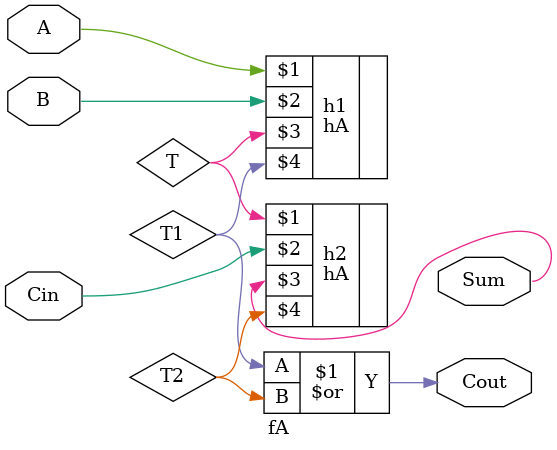
<source format=v>
`timescale 1ns / 1ps


module fA(
    input A,
    input B,
    input Cin,
    output Sum,
    output Cout
    );
    wire T, T1, T2;
    hA h1(A, B, T, T1);
    hA h2(T, Cin, Sum, T2);
    
    assign Cout = T1 | T2;
endmodule

</source>
